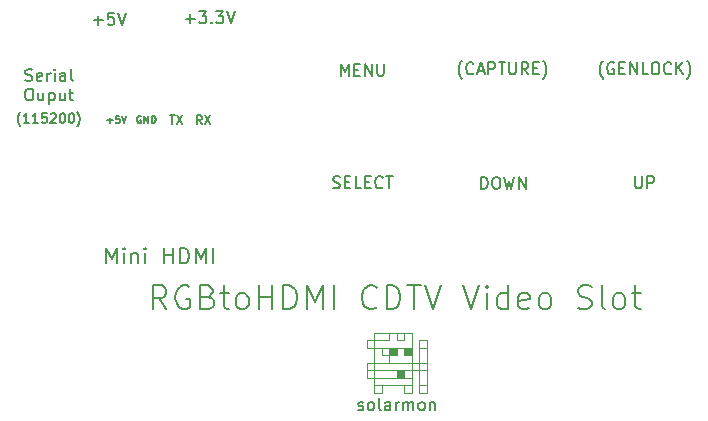
<source format=gbr>
%TF.GenerationSoftware,KiCad,Pcbnew,(5.1.9)-1*%
%TF.CreationDate,2021-11-23T16:03:36+00:00*%
%TF.ProjectId,RGBtoHDMI Amiga Denise CPLD FFC - CDTV Video Slot - Face Plate,52474274-6f48-4444-9d49-20416d696761,1*%
%TF.SameCoordinates,Original*%
%TF.FileFunction,Legend,Top*%
%TF.FilePolarity,Positive*%
%FSLAX46Y46*%
G04 Gerber Fmt 4.6, Leading zero omitted, Abs format (unit mm)*
G04 Created by KiCad (PCBNEW (5.1.9)-1) date 2021-11-23 16:03:36*
%MOMM*%
%LPD*%
G01*
G04 APERTURE LIST*
%ADD10C,0.150000*%
%ADD11C,0.200000*%
%ADD12C,0.100000*%
G04 APERTURE END LIST*
D10*
X135580880Y-70607133D02*
X135533261Y-70559514D01*
X135438023Y-70416657D01*
X135390404Y-70321419D01*
X135342785Y-70178561D01*
X135295166Y-69940466D01*
X135295166Y-69749990D01*
X135342785Y-69511895D01*
X135390404Y-69369038D01*
X135438023Y-69273800D01*
X135533261Y-69130942D01*
X135580880Y-69083323D01*
X136485642Y-69273800D02*
X136390404Y-69226180D01*
X136247547Y-69226180D01*
X136104690Y-69273800D01*
X136009452Y-69369038D01*
X135961833Y-69464276D01*
X135914214Y-69654752D01*
X135914214Y-69797609D01*
X135961833Y-69988085D01*
X136009452Y-70083323D01*
X136104690Y-70178561D01*
X136247547Y-70226180D01*
X136342785Y-70226180D01*
X136485642Y-70178561D01*
X136533261Y-70130942D01*
X136533261Y-69797609D01*
X136342785Y-69797609D01*
X136961833Y-69702371D02*
X137295166Y-69702371D01*
X137438023Y-70226180D02*
X136961833Y-70226180D01*
X136961833Y-69226180D01*
X137438023Y-69226180D01*
X137866595Y-70226180D02*
X137866595Y-69226180D01*
X138438023Y-70226180D01*
X138438023Y-69226180D01*
X139390404Y-70226180D02*
X138914214Y-70226180D01*
X138914214Y-69226180D01*
X139914214Y-69226180D02*
X140104690Y-69226180D01*
X140199928Y-69273800D01*
X140295166Y-69369038D01*
X140342785Y-69559514D01*
X140342785Y-69892847D01*
X140295166Y-70083323D01*
X140199928Y-70178561D01*
X140104690Y-70226180D01*
X139914214Y-70226180D01*
X139818976Y-70178561D01*
X139723738Y-70083323D01*
X139676119Y-69892847D01*
X139676119Y-69559514D01*
X139723738Y-69369038D01*
X139818976Y-69273800D01*
X139914214Y-69226180D01*
X141342785Y-70130942D02*
X141295166Y-70178561D01*
X141152309Y-70226180D01*
X141057071Y-70226180D01*
X140914214Y-70178561D01*
X140818976Y-70083323D01*
X140771357Y-69988085D01*
X140723738Y-69797609D01*
X140723738Y-69654752D01*
X140771357Y-69464276D01*
X140818976Y-69369038D01*
X140914214Y-69273800D01*
X141057071Y-69226180D01*
X141152309Y-69226180D01*
X141295166Y-69273800D01*
X141342785Y-69321419D01*
X141771357Y-70226180D02*
X141771357Y-69226180D01*
X142342785Y-70226180D02*
X141914214Y-69654752D01*
X142342785Y-69226180D02*
X141771357Y-69797609D01*
X142676119Y-70607133D02*
X142723738Y-70559514D01*
X142818976Y-70416657D01*
X142866595Y-70321419D01*
X142914214Y-70178561D01*
X142961833Y-69940466D01*
X142961833Y-69749990D01*
X142914214Y-69511895D01*
X142866595Y-69369038D01*
X142818976Y-69273800D01*
X142723738Y-69130942D01*
X142676119Y-69083323D01*
X113355666Y-70353180D02*
X113355666Y-69353180D01*
X113689000Y-70067466D01*
X114022333Y-69353180D01*
X114022333Y-70353180D01*
X114498523Y-69829371D02*
X114831857Y-69829371D01*
X114974714Y-70353180D02*
X114498523Y-70353180D01*
X114498523Y-69353180D01*
X114974714Y-69353180D01*
X115403285Y-70353180D02*
X115403285Y-69353180D01*
X115974714Y-70353180D01*
X115974714Y-69353180D01*
X116450904Y-69353180D02*
X116450904Y-70162704D01*
X116498523Y-70257942D01*
X116546142Y-70305561D01*
X116641380Y-70353180D01*
X116831857Y-70353180D01*
X116927095Y-70305561D01*
X116974714Y-70257942D01*
X117022333Y-70162704D01*
X117022333Y-69353180D01*
X86246000Y-74631466D02*
X86207904Y-74593371D01*
X86131714Y-74479085D01*
X86093619Y-74402895D01*
X86055523Y-74288609D01*
X86017428Y-74098133D01*
X86017428Y-73945752D01*
X86055523Y-73755276D01*
X86093619Y-73640990D01*
X86131714Y-73564800D01*
X86207904Y-73450514D01*
X86246000Y-73412419D01*
X86969809Y-74326704D02*
X86512666Y-74326704D01*
X86741238Y-74326704D02*
X86741238Y-73526704D01*
X86665047Y-73640990D01*
X86588857Y-73717180D01*
X86512666Y-73755276D01*
X87731714Y-74326704D02*
X87274571Y-74326704D01*
X87503142Y-74326704D02*
X87503142Y-73526704D01*
X87426952Y-73640990D01*
X87350761Y-73717180D01*
X87274571Y-73755276D01*
X88455523Y-73526704D02*
X88074571Y-73526704D01*
X88036476Y-73907657D01*
X88074571Y-73869561D01*
X88150761Y-73831466D01*
X88341238Y-73831466D01*
X88417428Y-73869561D01*
X88455523Y-73907657D01*
X88493619Y-73983847D01*
X88493619Y-74174323D01*
X88455523Y-74250514D01*
X88417428Y-74288609D01*
X88341238Y-74326704D01*
X88150761Y-74326704D01*
X88074571Y-74288609D01*
X88036476Y-74250514D01*
X88798380Y-73602895D02*
X88836476Y-73564800D01*
X88912666Y-73526704D01*
X89103142Y-73526704D01*
X89179333Y-73564800D01*
X89217428Y-73602895D01*
X89255523Y-73679085D01*
X89255523Y-73755276D01*
X89217428Y-73869561D01*
X88760285Y-74326704D01*
X89255523Y-74326704D01*
X89750761Y-73526704D02*
X89826952Y-73526704D01*
X89903142Y-73564800D01*
X89941238Y-73602895D01*
X89979333Y-73679085D01*
X90017428Y-73831466D01*
X90017428Y-74021942D01*
X89979333Y-74174323D01*
X89941238Y-74250514D01*
X89903142Y-74288609D01*
X89826952Y-74326704D01*
X89750761Y-74326704D01*
X89674571Y-74288609D01*
X89636476Y-74250514D01*
X89598380Y-74174323D01*
X89560285Y-74021942D01*
X89560285Y-73831466D01*
X89598380Y-73679085D01*
X89636476Y-73602895D01*
X89674571Y-73564800D01*
X89750761Y-73526704D01*
X90512666Y-73526704D02*
X90588857Y-73526704D01*
X90665047Y-73564800D01*
X90703142Y-73602895D01*
X90741238Y-73679085D01*
X90779333Y-73831466D01*
X90779333Y-74021942D01*
X90741238Y-74174323D01*
X90703142Y-74250514D01*
X90665047Y-74288609D01*
X90588857Y-74326704D01*
X90512666Y-74326704D01*
X90436476Y-74288609D01*
X90398380Y-74250514D01*
X90360285Y-74174323D01*
X90322190Y-74021942D01*
X90322190Y-73831466D01*
X90360285Y-73679085D01*
X90398380Y-73602895D01*
X90436476Y-73564800D01*
X90512666Y-73526704D01*
X91046000Y-74631466D02*
X91084095Y-74593371D01*
X91160285Y-74479085D01*
X91198380Y-74402895D01*
X91236476Y-74288609D01*
X91274571Y-74098133D01*
X91274571Y-73945752D01*
X91236476Y-73755276D01*
X91198380Y-73640990D01*
X91160285Y-73564800D01*
X91084095Y-73450514D01*
X91046000Y-73412419D01*
X93589571Y-74134657D02*
X94046714Y-74134657D01*
X93818142Y-74363228D02*
X93818142Y-73906085D01*
X94618142Y-73763228D02*
X94332428Y-73763228D01*
X94303857Y-74048942D01*
X94332428Y-74020371D01*
X94389571Y-73991800D01*
X94532428Y-73991800D01*
X94589571Y-74020371D01*
X94618142Y-74048942D01*
X94646714Y-74106085D01*
X94646714Y-74248942D01*
X94618142Y-74306085D01*
X94589571Y-74334657D01*
X94532428Y-74363228D01*
X94389571Y-74363228D01*
X94332428Y-74334657D01*
X94303857Y-74306085D01*
X94818142Y-73763228D02*
X95018142Y-74363228D01*
X95218142Y-73763228D01*
X96443857Y-73791800D02*
X96386714Y-73763228D01*
X96301000Y-73763228D01*
X96215285Y-73791800D01*
X96158142Y-73848942D01*
X96129571Y-73906085D01*
X96101000Y-74020371D01*
X96101000Y-74106085D01*
X96129571Y-74220371D01*
X96158142Y-74277514D01*
X96215285Y-74334657D01*
X96301000Y-74363228D01*
X96358142Y-74363228D01*
X96443857Y-74334657D01*
X96472428Y-74306085D01*
X96472428Y-74106085D01*
X96358142Y-74106085D01*
X96729571Y-74363228D02*
X96729571Y-73763228D01*
X97072428Y-74363228D01*
X97072428Y-73763228D01*
X97358142Y-74363228D02*
X97358142Y-73763228D01*
X97501000Y-73763228D01*
X97586714Y-73791800D01*
X97643857Y-73848942D01*
X97672428Y-73906085D01*
X97701000Y-74020371D01*
X97701000Y-74106085D01*
X97672428Y-74220371D01*
X97643857Y-74277514D01*
X97586714Y-74334657D01*
X97501000Y-74363228D01*
X97358142Y-74363228D01*
X98907666Y-73708466D02*
X99307666Y-73708466D01*
X99107666Y-74408466D02*
X99107666Y-73708466D01*
X99474333Y-73708466D02*
X99941000Y-74408466D01*
X99941000Y-73708466D02*
X99474333Y-74408466D01*
X101610333Y-74408466D02*
X101377000Y-74075133D01*
X101210333Y-74408466D02*
X101210333Y-73708466D01*
X101477000Y-73708466D01*
X101543666Y-73741800D01*
X101577000Y-73775133D01*
X101610333Y-73841800D01*
X101610333Y-73941800D01*
X101577000Y-74008466D01*
X101543666Y-74041800D01*
X101477000Y-74075133D01*
X101210333Y-74075133D01*
X101843666Y-73708466D02*
X102310333Y-74408466D01*
X102310333Y-73708466D02*
X101843666Y-74408466D01*
X86669809Y-70750561D02*
X86812666Y-70798180D01*
X87050761Y-70798180D01*
X87146000Y-70750561D01*
X87193619Y-70702942D01*
X87241238Y-70607704D01*
X87241238Y-70512466D01*
X87193619Y-70417228D01*
X87146000Y-70369609D01*
X87050761Y-70321990D01*
X86860285Y-70274371D01*
X86765047Y-70226752D01*
X86717428Y-70179133D01*
X86669809Y-70083895D01*
X86669809Y-69988657D01*
X86717428Y-69893419D01*
X86765047Y-69845800D01*
X86860285Y-69798180D01*
X87098380Y-69798180D01*
X87241238Y-69845800D01*
X88050761Y-70750561D02*
X87955523Y-70798180D01*
X87765047Y-70798180D01*
X87669809Y-70750561D01*
X87622190Y-70655323D01*
X87622190Y-70274371D01*
X87669809Y-70179133D01*
X87765047Y-70131514D01*
X87955523Y-70131514D01*
X88050761Y-70179133D01*
X88098380Y-70274371D01*
X88098380Y-70369609D01*
X87622190Y-70464847D01*
X88526952Y-70798180D02*
X88526952Y-70131514D01*
X88526952Y-70321990D02*
X88574571Y-70226752D01*
X88622190Y-70179133D01*
X88717428Y-70131514D01*
X88812666Y-70131514D01*
X89146000Y-70798180D02*
X89146000Y-70131514D01*
X89146000Y-69798180D02*
X89098380Y-69845800D01*
X89146000Y-69893419D01*
X89193619Y-69845800D01*
X89146000Y-69798180D01*
X89146000Y-69893419D01*
X90050761Y-70798180D02*
X90050761Y-70274371D01*
X90003142Y-70179133D01*
X89907904Y-70131514D01*
X89717428Y-70131514D01*
X89622190Y-70179133D01*
X90050761Y-70750561D02*
X89955523Y-70798180D01*
X89717428Y-70798180D01*
X89622190Y-70750561D01*
X89574571Y-70655323D01*
X89574571Y-70560085D01*
X89622190Y-70464847D01*
X89717428Y-70417228D01*
X89955523Y-70417228D01*
X90050761Y-70369609D01*
X90669809Y-70798180D02*
X90574571Y-70750561D01*
X90526952Y-70655323D01*
X90526952Y-69798180D01*
X86907904Y-71448180D02*
X87098380Y-71448180D01*
X87193619Y-71495800D01*
X87288857Y-71591038D01*
X87336476Y-71781514D01*
X87336476Y-72114847D01*
X87288857Y-72305323D01*
X87193619Y-72400561D01*
X87098380Y-72448180D01*
X86907904Y-72448180D01*
X86812666Y-72400561D01*
X86717428Y-72305323D01*
X86669809Y-72114847D01*
X86669809Y-71781514D01*
X86717428Y-71591038D01*
X86812666Y-71495800D01*
X86907904Y-71448180D01*
X88193619Y-71781514D02*
X88193619Y-72448180D01*
X87765047Y-71781514D02*
X87765047Y-72305323D01*
X87812666Y-72400561D01*
X87907904Y-72448180D01*
X88050761Y-72448180D01*
X88146000Y-72400561D01*
X88193619Y-72352942D01*
X88669809Y-71781514D02*
X88669809Y-72781514D01*
X88669809Y-71829133D02*
X88765047Y-71781514D01*
X88955523Y-71781514D01*
X89050761Y-71829133D01*
X89098380Y-71876752D01*
X89146000Y-71971990D01*
X89146000Y-72257704D01*
X89098380Y-72352942D01*
X89050761Y-72400561D01*
X88955523Y-72448180D01*
X88765047Y-72448180D01*
X88669809Y-72400561D01*
X90003142Y-71781514D02*
X90003142Y-72448180D01*
X89574571Y-71781514D02*
X89574571Y-72305323D01*
X89622190Y-72400561D01*
X89717428Y-72448180D01*
X89860285Y-72448180D01*
X89955523Y-72400561D01*
X90003142Y-72352942D01*
X90336476Y-71781514D02*
X90717428Y-71781514D01*
X90479333Y-71448180D02*
X90479333Y-72305323D01*
X90526952Y-72400561D01*
X90622190Y-72448180D01*
X90717428Y-72448180D01*
X123634928Y-70607133D02*
X123587309Y-70559514D01*
X123492071Y-70416657D01*
X123444452Y-70321419D01*
X123396833Y-70178561D01*
X123349214Y-69940466D01*
X123349214Y-69749990D01*
X123396833Y-69511895D01*
X123444452Y-69369038D01*
X123492071Y-69273800D01*
X123587309Y-69130942D01*
X123634928Y-69083323D01*
X124587309Y-70130942D02*
X124539690Y-70178561D01*
X124396833Y-70226180D01*
X124301595Y-70226180D01*
X124158738Y-70178561D01*
X124063500Y-70083323D01*
X124015880Y-69988085D01*
X123968261Y-69797609D01*
X123968261Y-69654752D01*
X124015880Y-69464276D01*
X124063500Y-69369038D01*
X124158738Y-69273800D01*
X124301595Y-69226180D01*
X124396833Y-69226180D01*
X124539690Y-69273800D01*
X124587309Y-69321419D01*
X124968261Y-69940466D02*
X125444452Y-69940466D01*
X124873023Y-70226180D02*
X125206357Y-69226180D01*
X125539690Y-70226180D01*
X125873023Y-70226180D02*
X125873023Y-69226180D01*
X126253976Y-69226180D01*
X126349214Y-69273800D01*
X126396833Y-69321419D01*
X126444452Y-69416657D01*
X126444452Y-69559514D01*
X126396833Y-69654752D01*
X126349214Y-69702371D01*
X126253976Y-69749990D01*
X125873023Y-69749990D01*
X126730166Y-69226180D02*
X127301595Y-69226180D01*
X127015880Y-70226180D02*
X127015880Y-69226180D01*
X127634928Y-69226180D02*
X127634928Y-70035704D01*
X127682547Y-70130942D01*
X127730166Y-70178561D01*
X127825404Y-70226180D01*
X128015880Y-70226180D01*
X128111119Y-70178561D01*
X128158738Y-70130942D01*
X128206357Y-70035704D01*
X128206357Y-69226180D01*
X129253976Y-70226180D02*
X128920642Y-69749990D01*
X128682547Y-70226180D02*
X128682547Y-69226180D01*
X129063500Y-69226180D01*
X129158738Y-69273800D01*
X129206357Y-69321419D01*
X129253976Y-69416657D01*
X129253976Y-69559514D01*
X129206357Y-69654752D01*
X129158738Y-69702371D01*
X129063500Y-69749990D01*
X128682547Y-69749990D01*
X129682547Y-69702371D02*
X130015880Y-69702371D01*
X130158738Y-70226180D02*
X129682547Y-70226180D01*
X129682547Y-69226180D01*
X130158738Y-69226180D01*
X130492071Y-70607133D02*
X130539690Y-70559514D01*
X130634928Y-70416657D01*
X130682547Y-70321419D01*
X130730166Y-70178561D01*
X130777785Y-69940466D01*
X130777785Y-69749990D01*
X130730166Y-69511895D01*
X130682547Y-69369038D01*
X130634928Y-69273800D01*
X130539690Y-69130942D01*
X130492071Y-69083323D01*
D11*
X100235000Y-65527228D02*
X100996904Y-65527228D01*
X100615952Y-65908180D02*
X100615952Y-65146276D01*
X101377857Y-64908180D02*
X101996904Y-64908180D01*
X101663571Y-65289133D01*
X101806428Y-65289133D01*
X101901666Y-65336752D01*
X101949285Y-65384371D01*
X101996904Y-65479609D01*
X101996904Y-65717704D01*
X101949285Y-65812942D01*
X101901666Y-65860561D01*
X101806428Y-65908180D01*
X101520714Y-65908180D01*
X101425476Y-65860561D01*
X101377857Y-65812942D01*
X102425476Y-65812942D02*
X102473095Y-65860561D01*
X102425476Y-65908180D01*
X102377857Y-65860561D01*
X102425476Y-65812942D01*
X102425476Y-65908180D01*
X102806428Y-64908180D02*
X103425476Y-64908180D01*
X103092142Y-65289133D01*
X103235000Y-65289133D01*
X103330238Y-65336752D01*
X103377857Y-65384371D01*
X103425476Y-65479609D01*
X103425476Y-65717704D01*
X103377857Y-65812942D01*
X103330238Y-65860561D01*
X103235000Y-65908180D01*
X102949285Y-65908180D01*
X102854047Y-65860561D01*
X102806428Y-65812942D01*
X103711190Y-64908180D02*
X104044523Y-65908180D01*
X104377857Y-64908180D01*
X92440285Y-65654228D02*
X93202190Y-65654228D01*
X92821238Y-66035180D02*
X92821238Y-65273276D01*
X94154571Y-65035180D02*
X93678380Y-65035180D01*
X93630761Y-65511371D01*
X93678380Y-65463752D01*
X93773619Y-65416133D01*
X94011714Y-65416133D01*
X94106952Y-65463752D01*
X94154571Y-65511371D01*
X94202190Y-65606609D01*
X94202190Y-65844704D01*
X94154571Y-65939942D01*
X94106952Y-65987561D01*
X94011714Y-66035180D01*
X93773619Y-66035180D01*
X93678380Y-65987561D01*
X93630761Y-65939942D01*
X94487904Y-65035180D02*
X94821238Y-66035180D01*
X95154571Y-65035180D01*
X98602047Y-90109561D02*
X97935380Y-89157180D01*
X97459190Y-90109561D02*
X97459190Y-88109561D01*
X98221095Y-88109561D01*
X98411571Y-88204800D01*
X98506809Y-88300038D01*
X98602047Y-88490514D01*
X98602047Y-88776228D01*
X98506809Y-88966704D01*
X98411571Y-89061942D01*
X98221095Y-89157180D01*
X97459190Y-89157180D01*
X100506809Y-88204800D02*
X100316333Y-88109561D01*
X100030619Y-88109561D01*
X99744904Y-88204800D01*
X99554428Y-88395276D01*
X99459190Y-88585752D01*
X99363952Y-88966704D01*
X99363952Y-89252419D01*
X99459190Y-89633371D01*
X99554428Y-89823847D01*
X99744904Y-90014323D01*
X100030619Y-90109561D01*
X100221095Y-90109561D01*
X100506809Y-90014323D01*
X100602047Y-89919085D01*
X100602047Y-89252419D01*
X100221095Y-89252419D01*
X102125857Y-89061942D02*
X102411571Y-89157180D01*
X102506809Y-89252419D01*
X102602047Y-89442895D01*
X102602047Y-89728609D01*
X102506809Y-89919085D01*
X102411571Y-90014323D01*
X102221095Y-90109561D01*
X101459190Y-90109561D01*
X101459190Y-88109561D01*
X102125857Y-88109561D01*
X102316333Y-88204800D01*
X102411571Y-88300038D01*
X102506809Y-88490514D01*
X102506809Y-88680990D01*
X102411571Y-88871466D01*
X102316333Y-88966704D01*
X102125857Y-89061942D01*
X101459190Y-89061942D01*
X103173476Y-88776228D02*
X103935380Y-88776228D01*
X103459190Y-88109561D02*
X103459190Y-89823847D01*
X103554428Y-90014323D01*
X103744904Y-90109561D01*
X103935380Y-90109561D01*
X104887761Y-90109561D02*
X104697285Y-90014323D01*
X104602047Y-89919085D01*
X104506809Y-89728609D01*
X104506809Y-89157180D01*
X104602047Y-88966704D01*
X104697285Y-88871466D01*
X104887761Y-88776228D01*
X105173476Y-88776228D01*
X105363952Y-88871466D01*
X105459190Y-88966704D01*
X105554428Y-89157180D01*
X105554428Y-89728609D01*
X105459190Y-89919085D01*
X105363952Y-90014323D01*
X105173476Y-90109561D01*
X104887761Y-90109561D01*
X106411571Y-90109561D02*
X106411571Y-88109561D01*
X106411571Y-89061942D02*
X107554428Y-89061942D01*
X107554428Y-90109561D02*
X107554428Y-88109561D01*
X108506809Y-90109561D02*
X108506809Y-88109561D01*
X108983000Y-88109561D01*
X109268714Y-88204800D01*
X109459190Y-88395276D01*
X109554428Y-88585752D01*
X109649666Y-88966704D01*
X109649666Y-89252419D01*
X109554428Y-89633371D01*
X109459190Y-89823847D01*
X109268714Y-90014323D01*
X108983000Y-90109561D01*
X108506809Y-90109561D01*
X110506809Y-90109561D02*
X110506809Y-88109561D01*
X111173476Y-89538133D01*
X111840142Y-88109561D01*
X111840142Y-90109561D01*
X112792523Y-90109561D02*
X112792523Y-88109561D01*
X116411571Y-89919085D02*
X116316333Y-90014323D01*
X116030619Y-90109561D01*
X115840142Y-90109561D01*
X115554428Y-90014323D01*
X115363952Y-89823847D01*
X115268714Y-89633371D01*
X115173476Y-89252419D01*
X115173476Y-88966704D01*
X115268714Y-88585752D01*
X115363952Y-88395276D01*
X115554428Y-88204800D01*
X115840142Y-88109561D01*
X116030619Y-88109561D01*
X116316333Y-88204800D01*
X116411571Y-88300038D01*
X117268714Y-90109561D02*
X117268714Y-88109561D01*
X117744904Y-88109561D01*
X118030619Y-88204800D01*
X118221095Y-88395276D01*
X118316333Y-88585752D01*
X118411571Y-88966704D01*
X118411571Y-89252419D01*
X118316333Y-89633371D01*
X118221095Y-89823847D01*
X118030619Y-90014323D01*
X117744904Y-90109561D01*
X117268714Y-90109561D01*
X118983000Y-88109561D02*
X120125857Y-88109561D01*
X119554428Y-90109561D02*
X119554428Y-88109561D01*
X120506809Y-88109561D02*
X121173476Y-90109561D01*
X121840142Y-88109561D01*
X123744904Y-88109561D02*
X124411571Y-90109561D01*
X125078238Y-88109561D01*
X125744904Y-90109561D02*
X125744904Y-88776228D01*
X125744904Y-88109561D02*
X125649666Y-88204800D01*
X125744904Y-88300038D01*
X125840142Y-88204800D01*
X125744904Y-88109561D01*
X125744904Y-88300038D01*
X127554428Y-90109561D02*
X127554428Y-88109561D01*
X127554428Y-90014323D02*
X127363952Y-90109561D01*
X126982999Y-90109561D01*
X126792523Y-90014323D01*
X126697285Y-89919085D01*
X126602047Y-89728609D01*
X126602047Y-89157180D01*
X126697285Y-88966704D01*
X126792523Y-88871466D01*
X126982999Y-88776228D01*
X127363952Y-88776228D01*
X127554428Y-88871466D01*
X129268714Y-90014323D02*
X129078238Y-90109561D01*
X128697285Y-90109561D01*
X128506809Y-90014323D01*
X128411571Y-89823847D01*
X128411571Y-89061942D01*
X128506809Y-88871466D01*
X128697285Y-88776228D01*
X129078238Y-88776228D01*
X129268714Y-88871466D01*
X129363952Y-89061942D01*
X129363952Y-89252419D01*
X128411571Y-89442895D01*
X130506809Y-90109561D02*
X130316333Y-90014323D01*
X130221095Y-89919085D01*
X130125857Y-89728609D01*
X130125857Y-89157180D01*
X130221095Y-88966704D01*
X130316333Y-88871466D01*
X130506809Y-88776228D01*
X130792523Y-88776228D01*
X130982999Y-88871466D01*
X131078238Y-88966704D01*
X131173476Y-89157180D01*
X131173476Y-89728609D01*
X131078238Y-89919085D01*
X130982999Y-90014323D01*
X130792523Y-90109561D01*
X130506809Y-90109561D01*
X133459190Y-90014323D02*
X133744904Y-90109561D01*
X134221095Y-90109561D01*
X134411571Y-90014323D01*
X134506809Y-89919085D01*
X134602047Y-89728609D01*
X134602047Y-89538133D01*
X134506809Y-89347657D01*
X134411571Y-89252419D01*
X134221095Y-89157180D01*
X133840142Y-89061942D01*
X133649666Y-88966704D01*
X133554428Y-88871466D01*
X133459190Y-88680990D01*
X133459190Y-88490514D01*
X133554428Y-88300038D01*
X133649666Y-88204800D01*
X133840142Y-88109561D01*
X134316333Y-88109561D01*
X134602047Y-88204800D01*
X135744904Y-90109561D02*
X135554428Y-90014323D01*
X135459190Y-89823847D01*
X135459190Y-88109561D01*
X136792523Y-90109561D02*
X136602047Y-90014323D01*
X136506809Y-89919085D01*
X136411571Y-89728609D01*
X136411571Y-89157180D01*
X136506809Y-88966704D01*
X136602047Y-88871466D01*
X136792523Y-88776228D01*
X137078238Y-88776228D01*
X137268714Y-88871466D01*
X137363952Y-88966704D01*
X137459190Y-89157180D01*
X137459190Y-89728609D01*
X137363952Y-89919085D01*
X137268714Y-90014323D01*
X137078238Y-90109561D01*
X136792523Y-90109561D01*
X138030619Y-88776228D02*
X138792523Y-88776228D01*
X138316333Y-88109561D02*
X138316333Y-89823847D01*
X138411571Y-90014323D01*
X138602047Y-90109561D01*
X138792523Y-90109561D01*
X93524952Y-86236895D02*
X93524952Y-84936895D01*
X93958285Y-85865466D01*
X94391619Y-84936895D01*
X94391619Y-86236895D01*
X95010666Y-86236895D02*
X95010666Y-85370228D01*
X95010666Y-84936895D02*
X94948761Y-84998800D01*
X95010666Y-85060704D01*
X95072571Y-84998800D01*
X95010666Y-84936895D01*
X95010666Y-85060704D01*
X95629714Y-85370228D02*
X95629714Y-86236895D01*
X95629714Y-85494038D02*
X95691619Y-85432133D01*
X95815428Y-85370228D01*
X96001142Y-85370228D01*
X96124952Y-85432133D01*
X96186857Y-85555942D01*
X96186857Y-86236895D01*
X96805904Y-86236895D02*
X96805904Y-85370228D01*
X96805904Y-84936895D02*
X96744000Y-84998800D01*
X96805904Y-85060704D01*
X96867809Y-84998800D01*
X96805904Y-84936895D01*
X96805904Y-85060704D01*
X98415428Y-86236895D02*
X98415428Y-84936895D01*
X98415428Y-85555942D02*
X99158285Y-85555942D01*
X99158285Y-86236895D02*
X99158285Y-84936895D01*
X99777333Y-86236895D02*
X99777333Y-84936895D01*
X100086857Y-84936895D01*
X100272571Y-84998800D01*
X100396380Y-85122609D01*
X100458285Y-85246419D01*
X100520190Y-85494038D01*
X100520190Y-85679752D01*
X100458285Y-85927371D01*
X100396380Y-86051180D01*
X100272571Y-86174990D01*
X100086857Y-86236895D01*
X99777333Y-86236895D01*
X101077333Y-86236895D02*
X101077333Y-84936895D01*
X101510666Y-85865466D01*
X101944000Y-84936895D01*
X101944000Y-86236895D01*
X102563047Y-86236895D02*
X102563047Y-84936895D01*
D12*
%TO.C,solarmon*%
X118745000Y-94030800D02*
X119380000Y-94030800D01*
G36*
X118745000Y-95935800D02*
G01*
X118110000Y-95935800D01*
X118110000Y-95300800D01*
X118745000Y-95300800D01*
X118745000Y-95935800D01*
G37*
X118745000Y-95935800D02*
X118110000Y-95935800D01*
X118110000Y-95300800D01*
X118745000Y-95300800D01*
X118745000Y-95935800D01*
G36*
X119380000Y-94030800D02*
G01*
X118745000Y-94030800D01*
X118745000Y-93395800D01*
X119380000Y-93395800D01*
X119380000Y-94030800D01*
G37*
X119380000Y-94030800D02*
X118745000Y-94030800D01*
X118745000Y-93395800D01*
X119380000Y-93395800D01*
X119380000Y-94030800D01*
G36*
X118110000Y-94030800D02*
G01*
X117475000Y-94030800D01*
X117475000Y-93395800D01*
X118110000Y-93395800D01*
X118110000Y-94030800D01*
G37*
X118110000Y-94030800D02*
X117475000Y-94030800D01*
X117475000Y-93395800D01*
X118110000Y-93395800D01*
X118110000Y-94030800D01*
X118745000Y-95300800D02*
X118745000Y-95935800D01*
X118110000Y-95300800D02*
X118110000Y-95935800D01*
X120015000Y-96570800D02*
X120650000Y-96570800D01*
X120015000Y-93395800D02*
X120650000Y-93395800D01*
X120015000Y-92760800D02*
X120650000Y-92760800D01*
X120650000Y-92760800D02*
X120650000Y-97205800D01*
X120015000Y-92760800D02*
X120015000Y-97205800D01*
X120015000Y-97205800D02*
X120650000Y-97205800D01*
X118745000Y-97205800D02*
X119380000Y-97205800D01*
X116205000Y-97205800D02*
X116840000Y-97205800D01*
X118745000Y-96570800D02*
X118745000Y-97205800D01*
X116840000Y-96570800D02*
X116840000Y-97205800D01*
X116205000Y-96570800D02*
X119380000Y-96570800D01*
X115570000Y-95935800D02*
X119380000Y-95935800D01*
X115570000Y-95300800D02*
X120650000Y-95300800D01*
X115570000Y-95935800D02*
X115570000Y-94665800D01*
X115570000Y-94665800D02*
X120650000Y-94665800D01*
X118745000Y-93395800D02*
X118745000Y-94030800D01*
X118110000Y-93395800D02*
X118110000Y-94030800D01*
X117475000Y-93395800D02*
X117475000Y-94665800D01*
X116840000Y-94030800D02*
X118110000Y-94030800D01*
X116840000Y-93395800D02*
X116840000Y-94030800D01*
X119380000Y-92125800D02*
X119380000Y-97205800D01*
X118745000Y-92125800D02*
X118745000Y-92760800D01*
X118110000Y-92760800D02*
X118745000Y-92760800D01*
X118110000Y-92125800D02*
X118110000Y-92760800D01*
X117475000Y-92125800D02*
X117475000Y-92760800D01*
X116205000Y-92125800D02*
X119380000Y-92125800D01*
X115570000Y-93395800D02*
X115570000Y-92760800D01*
X119380000Y-93395800D02*
X115570000Y-93395800D01*
X116205000Y-92125800D02*
X116205000Y-97205800D01*
X115570000Y-92760800D02*
X117475000Y-92760800D01*
D10*
X114848095Y-98613861D02*
X114943333Y-98661480D01*
X115133809Y-98661480D01*
X115229047Y-98613861D01*
X115276666Y-98518623D01*
X115276666Y-98471004D01*
X115229047Y-98375766D01*
X115133809Y-98328147D01*
X114990952Y-98328147D01*
X114895714Y-98280528D01*
X114848095Y-98185290D01*
X114848095Y-98137671D01*
X114895714Y-98042433D01*
X114990952Y-97994814D01*
X115133809Y-97994814D01*
X115229047Y-98042433D01*
X115848095Y-98661480D02*
X115752857Y-98613861D01*
X115705238Y-98566242D01*
X115657619Y-98471004D01*
X115657619Y-98185290D01*
X115705238Y-98090052D01*
X115752857Y-98042433D01*
X115848095Y-97994814D01*
X115990952Y-97994814D01*
X116086190Y-98042433D01*
X116133809Y-98090052D01*
X116181428Y-98185290D01*
X116181428Y-98471004D01*
X116133809Y-98566242D01*
X116086190Y-98613861D01*
X115990952Y-98661480D01*
X115848095Y-98661480D01*
X116752857Y-98661480D02*
X116657619Y-98613861D01*
X116610000Y-98518623D01*
X116610000Y-97661480D01*
X117562380Y-98661480D02*
X117562380Y-98137671D01*
X117514761Y-98042433D01*
X117419523Y-97994814D01*
X117229047Y-97994814D01*
X117133809Y-98042433D01*
X117562380Y-98613861D02*
X117467142Y-98661480D01*
X117229047Y-98661480D01*
X117133809Y-98613861D01*
X117086190Y-98518623D01*
X117086190Y-98423385D01*
X117133809Y-98328147D01*
X117229047Y-98280528D01*
X117467142Y-98280528D01*
X117562380Y-98232909D01*
X118038571Y-98661480D02*
X118038571Y-97994814D01*
X118038571Y-98185290D02*
X118086190Y-98090052D01*
X118133809Y-98042433D01*
X118229047Y-97994814D01*
X118324285Y-97994814D01*
X118657619Y-98661480D02*
X118657619Y-97994814D01*
X118657619Y-98090052D02*
X118705238Y-98042433D01*
X118800476Y-97994814D01*
X118943333Y-97994814D01*
X119038571Y-98042433D01*
X119086190Y-98137671D01*
X119086190Y-98661480D01*
X119086190Y-98137671D02*
X119133809Y-98042433D01*
X119229047Y-97994814D01*
X119371904Y-97994814D01*
X119467142Y-98042433D01*
X119514761Y-98137671D01*
X119514761Y-98661480D01*
X120133809Y-98661480D02*
X120038571Y-98613861D01*
X119990952Y-98566242D01*
X119943333Y-98471004D01*
X119943333Y-98185290D01*
X119990952Y-98090052D01*
X120038571Y-98042433D01*
X120133809Y-97994814D01*
X120276666Y-97994814D01*
X120371904Y-98042433D01*
X120419523Y-98090052D01*
X120467142Y-98185290D01*
X120467142Y-98471004D01*
X120419523Y-98566242D01*
X120371904Y-98613861D01*
X120276666Y-98661480D01*
X120133809Y-98661480D01*
X120895714Y-97994814D02*
X120895714Y-98661480D01*
X120895714Y-98090052D02*
X120943333Y-98042433D01*
X121038571Y-97994814D01*
X121181428Y-97994814D01*
X121276666Y-98042433D01*
X121324285Y-98137671D01*
X121324285Y-98661480D01*
%TO.C,UP*%
X138279285Y-78878180D02*
X138279285Y-79687704D01*
X138326904Y-79782942D01*
X138374523Y-79830561D01*
X138469761Y-79878180D01*
X138660238Y-79878180D01*
X138755476Y-79830561D01*
X138803095Y-79782942D01*
X138850714Y-79687704D01*
X138850714Y-78878180D01*
X139326904Y-79878180D02*
X139326904Y-78878180D01*
X139707857Y-78878180D01*
X139803095Y-78925800D01*
X139850714Y-78973419D01*
X139898333Y-79068657D01*
X139898333Y-79211514D01*
X139850714Y-79306752D01*
X139803095Y-79354371D01*
X139707857Y-79401990D01*
X139326904Y-79401990D01*
%TO.C,DOWN*%
X125246047Y-79941680D02*
X125246047Y-78941680D01*
X125484142Y-78941680D01*
X125627000Y-78989300D01*
X125722238Y-79084538D01*
X125769857Y-79179776D01*
X125817476Y-79370252D01*
X125817476Y-79513109D01*
X125769857Y-79703585D01*
X125722238Y-79798823D01*
X125627000Y-79894061D01*
X125484142Y-79941680D01*
X125246047Y-79941680D01*
X126436523Y-78941680D02*
X126627000Y-78941680D01*
X126722238Y-78989300D01*
X126817476Y-79084538D01*
X126865095Y-79275014D01*
X126865095Y-79608347D01*
X126817476Y-79798823D01*
X126722238Y-79894061D01*
X126627000Y-79941680D01*
X126436523Y-79941680D01*
X126341285Y-79894061D01*
X126246047Y-79798823D01*
X126198428Y-79608347D01*
X126198428Y-79275014D01*
X126246047Y-79084538D01*
X126341285Y-78989300D01*
X126436523Y-78941680D01*
X127198428Y-78941680D02*
X127436523Y-79941680D01*
X127627000Y-79227395D01*
X127817476Y-79941680D01*
X128055571Y-78941680D01*
X128436523Y-79941680D02*
X128436523Y-78941680D01*
X129007952Y-79941680D01*
X129007952Y-78941680D01*
%TO.C,SELECT*%
X112712809Y-79830561D02*
X112855666Y-79878180D01*
X113093761Y-79878180D01*
X113189000Y-79830561D01*
X113236619Y-79782942D01*
X113284238Y-79687704D01*
X113284238Y-79592466D01*
X113236619Y-79497228D01*
X113189000Y-79449609D01*
X113093761Y-79401990D01*
X112903285Y-79354371D01*
X112808047Y-79306752D01*
X112760428Y-79259133D01*
X112712809Y-79163895D01*
X112712809Y-79068657D01*
X112760428Y-78973419D01*
X112808047Y-78925800D01*
X112903285Y-78878180D01*
X113141380Y-78878180D01*
X113284238Y-78925800D01*
X113712809Y-79354371D02*
X114046142Y-79354371D01*
X114189000Y-79878180D02*
X113712809Y-79878180D01*
X113712809Y-78878180D01*
X114189000Y-78878180D01*
X115093761Y-79878180D02*
X114617571Y-79878180D01*
X114617571Y-78878180D01*
X115427095Y-79354371D02*
X115760428Y-79354371D01*
X115903285Y-79878180D02*
X115427095Y-79878180D01*
X115427095Y-78878180D01*
X115903285Y-78878180D01*
X116903285Y-79782942D02*
X116855666Y-79830561D01*
X116712809Y-79878180D01*
X116617571Y-79878180D01*
X116474714Y-79830561D01*
X116379476Y-79735323D01*
X116331857Y-79640085D01*
X116284238Y-79449609D01*
X116284238Y-79306752D01*
X116331857Y-79116276D01*
X116379476Y-79021038D01*
X116474714Y-78925800D01*
X116617571Y-78878180D01*
X116712809Y-78878180D01*
X116855666Y-78925800D01*
X116903285Y-78973419D01*
X117189000Y-78878180D02*
X117760428Y-78878180D01*
X117474714Y-79878180D02*
X117474714Y-78878180D01*
%TD*%
M02*

</source>
